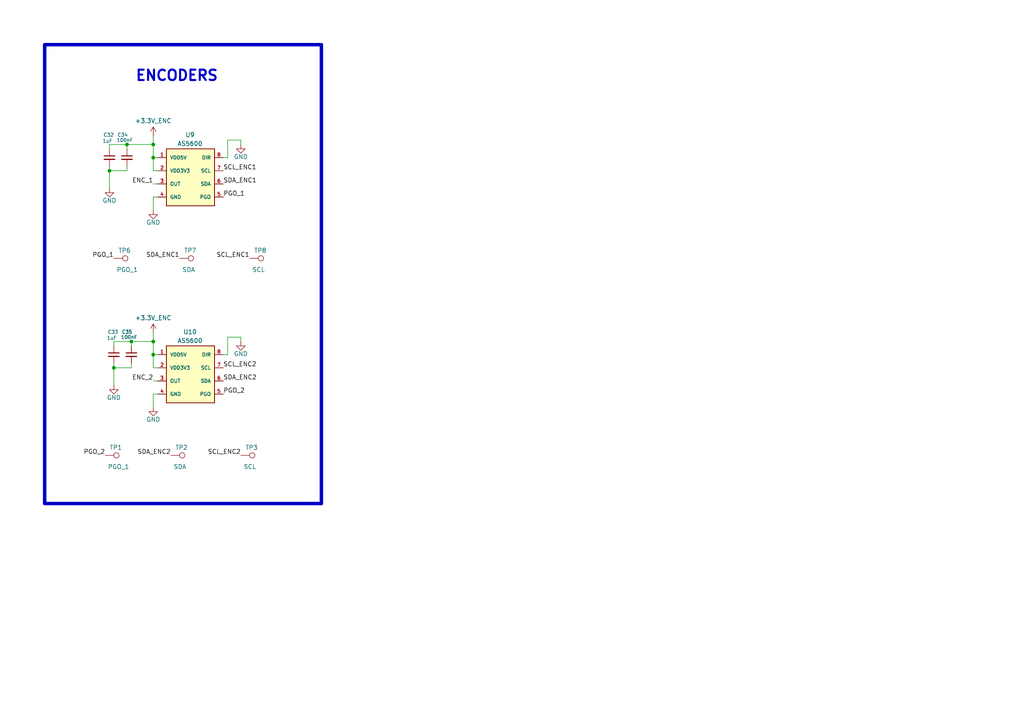
<source format=kicad_sch>
(kicad_sch (version 20250114) (generator "eeschema") (generator_version "9.0")
  (paper "A4")
  (lib_symbols
    (symbol "Device:C_Small" (pin_numbers (hide yes)) (pin_names (offset 0.254) (hide yes))
      (property "Reference" "C" (at 0.254 1.778 0))
      (property "Value" "C_Small" (at 0.254 -2.032 0))
      (symbol "C_Small_0_1"
        (polyline (pts (xy -1.524 0.508) (xy 1.524 0.508)) (stroke (width 0.3048)))
        (polyline (pts (xy -1.524 -0.508) (xy 1.524 -0.508)) (stroke (width 0.3302)))
      )
      (symbol "C_Small_1_1"
        (pin passive line (at 0 2.54 270) (length 2.032) (name "~") (number "1"))
        (pin passive line (at 0 -2.54 90) (length 2.032) (name "~") (number "2"))
      )
    )
    (symbol "MixLib:AS5600" (pin_names (offset 1.016))
      (property "Reference" "U" (at -0.508 8.636 0))
      (property "Value" "AS5600" (at -0.508 -10.922 0))
      (symbol "AS5600_0_0"
        (rectangle (start -7.62 7.62) (end 6.35 -8.89) (stroke (width 0.254)) (fill (type background)))
        (pin power_in line (at -10.16 1.27 0) (length 2.54) (name "VDD3V3") (number "2"))
        (pin output line (at -10.16 -2.54 0) (length 2.54) (name "OUT") (number "3"))
        (pin power_in line (at -10.16 -6.35 0) (length 2.54) (name "GND") (number "4"))
        (pin input line (at 8.89 5.08 180) (length 2.54) (name "DIR") (number "8"))
        (pin input line (at 8.89 1.27 180) (length 2.54) (name "SCL") (number "7"))
        (pin bidirectional line (at 8.89 -2.54 180) (length 2.54) (name "SDA") (number "6"))
        (pin input line (at 8.89 -6.35 180) (length 2.54) (name "PGO") (number "5"))
      )
      (symbol "AS5600_1_0"
        (pin power_in line (at -10.16 5.08 0) (length 2.54) (name "VDD5V") (number "1"))
      )
    )
    (symbol "PCM_4ms_Connector:TestPoint" (pin_numbers (hide yes)) (pin_names (offset 0.762) (hide yes))
      (property "Reference" "TP" (at 0 6.858 0))
      (property "Value" "TestPoint" (at 0 5.08 0))
      (symbol "TestPoint_0_1"
        (circle (center 0 3.302) (radius 0.762))
      )
      (symbol "TestPoint_1_1"
        (pin passive line (at 0 0 90) (length 2.54) (name "1") (number "1"))
      )
    )
    (symbol "power:+3.3V" (power) (pin_numbers (hide yes)) (pin_names (offset 0) (hide yes))
      (property "Value" "+3.3V" (at 0 3.556 0))
      (symbol "+3.3V_0_1"
        (polyline (pts (xy -0.762 1.27) (xy 0 2.54)))
        (polyline (pts (xy 0 2.54) (xy 0.762 1.27)))
        (polyline (pts (xy 0 0) (xy 0 2.54)))
      )
      (symbol "+3.3V_1_1"
        (pin power_in line (at 0 0 90) (length 0) (name "~") (number "1"))
      )
    )
    (symbol "power:GND" (power) (pin_numbers (hide yes)) (pin_names (offset 0) (hide yes))
      (property "Value" "GND" (at 0 -3.81 0))
      (symbol "GND_0_1"
        (polyline (pts (xy 0 0) (xy 0 -1.27) (xy 1.27 -1.27) (xy 0 -2.54) (xy -1.27 -1.27) (xy 0 -1.27)))
      )
      (symbol "GND_1_1"
        (pin power_in line (at 0 0 270) (length 0) (name "~") (number "1"))
      )
    )
  )
  (rectangle (start 12.954 12.954) (end 93.218 146.05) (stroke (width 1)))
  (text "ENCODERS" (at 51.308 22.098 0) (effects (font (size 3 3) (thickness 0.6) (bold yes))))
  (junction (at 31.75 49.53))
  (junction (at 44.45 99.06))
  (junction (at 33.02 106.68))
  (junction (at 36.83 41.91))
  (junction (at 44.45 102.87))
  (junction (at 44.45 41.91))
  (junction (at 38.1 99.06))
  (junction (at 44.45 45.72))
  (wire (pts (xy 66.04 45.72) (xy 66.04 40.64)))
  (wire (pts (xy 38.1 106.68) (xy 33.02 106.68)))
  (wire (pts (xy 44.45 41.91) (xy 44.45 45.72)))
  (wire (pts (xy 44.45 96.52) (xy 44.45 99.06)))
  (wire (pts (xy 38.1 99.06) (xy 44.45 99.06)))
  (wire (pts (xy 44.45 57.15) (xy 45.72 57.15)))
  (wire (pts (xy 36.83 41.91) (xy 44.45 41.91)))
  (wire (pts (xy 44.45 110.49) (xy 45.72 110.49)))
  (wire (pts (xy 44.45 53.34) (xy 45.72 53.34)))
  (wire (pts (xy 44.45 114.3) (xy 45.72 114.3)))
  (wire (pts (xy 44.45 102.87) (xy 44.45 106.68)))
  (wire (pts (xy 31.75 49.53) (xy 31.75 54.61)))
  (wire (pts (xy 44.45 57.15) (xy 44.45 60.96)))
  (wire (pts (xy 36.83 48.26) (xy 36.83 49.53)))
  (wire (pts (xy 66.04 97.79) (xy 69.85 97.79)))
  (wire (pts (xy 33.02 100.33) (xy 33.02 99.06)))
  (wire (pts (xy 36.83 49.53) (xy 31.75 49.53)))
  (wire (pts (xy 69.85 40.64) (xy 69.85 41.91)))
  (wire (pts (xy 31.75 41.91) (xy 36.83 41.91)))
  (wire (pts (xy 31.75 43.18) (xy 31.75 41.91)))
  (wire (pts (xy 33.02 99.06) (xy 38.1 99.06)))
  (wire (pts (xy 44.45 45.72) (xy 45.72 45.72)))
  (wire (pts (xy 69.85 97.79) (xy 69.85 99.06)))
  (wire (pts (xy 66.04 40.64) (xy 69.85 40.64)))
  (wire (pts (xy 45.72 106.68) (xy 44.45 106.68)))
  (wire (pts (xy 45.72 49.53) (xy 44.45 49.53)))
  (wire (pts (xy 38.1 105.41) (xy 38.1 106.68)))
  (wire (pts (xy 66.04 102.87) (xy 66.04 97.79)))
  (wire (pts (xy 44.45 45.72) (xy 44.45 49.53)))
  (wire (pts (xy 31.75 49.53) (xy 31.75 48.26)))
  (wire (pts (xy 64.77 102.87) (xy 66.04 102.87)))
  (wire (pts (xy 44.45 102.87) (xy 45.72 102.87)))
  (wire (pts (xy 38.1 99.06) (xy 38.1 100.33)))
  (wire (pts (xy 33.02 106.68) (xy 33.02 111.76)))
  (wire (pts (xy 44.45 99.06) (xy 44.45 102.87)))
  (wire (pts (xy 64.77 45.72) (xy 66.04 45.72)))
  (wire (pts (xy 33.02 106.68) (xy 33.02 105.41)))
  (wire (pts (xy 44.45 114.3) (xy 44.45 118.11)))
  (wire (pts (xy 36.83 41.91) (xy 36.83 43.18)))
  (wire (pts (xy 44.45 39.37) (xy 44.45 41.91)))
  (label "ENC_2" (at 44.45 110.49 180))
  (label "PGO_2" (at 30.48 132.08 180))
  (label "SDA_ENC1" (at 52.07 74.93 180))
  (label "SDA_ENC2" (at 49.53 132.08 180))
  (label "SCL_ENC1" (at 72.39 74.93 180))
  (label "SCL_ENC2" (at 69.85 132.08 180))
  (label "SDA_ENC2" (at 64.77 110.49 0))
  (label "ENC_1" (at 44.45 53.34 180))
  (label "SCL_ENC1" (at 64.77 49.53 0))
  (label "PGO_1" (at 33.02 74.93 180))
  (label "PGO_2" (at 64.77 114.3 0))
  (label "SDA_ENC1" (at 64.77 53.34 0))
  (label "SCL_ENC2" (at 64.77 106.68 0))
  (label "PGO_1" (at 64.77 57.15 0))
  (symbol (lib_id "PCM_4ms_Connector:TestPoint") (at 69.85 132.08 270) (unit 1)
    (property "Reference" "TP3" (at 71.12 129.794 90) (effects (justify left)))
    (property "Value" "SCL" (at 70.612 135.382 90) (effects (justify left)))
    (property "Footprint" "TestPoint:TestPoint_Pad_D1.5mm" (effects (hide yes)))
    (property "Description" "test point" (effects (hide yes)))
  )
  (symbol (lib_id "MixLib:AS5600") (at 55.88 107.95 0) (unit 1)
    (property "Reference" "U10" (at 55.118 96.266 0))
    (property "Value" "AS5600" (at 55.118 98.806 0))
    (property "Footprint" "Package_SO:SOIC-8_3.9x4.9mm_P1.27mm" (effects (hide yes)))
    (property "MF" "Ams AG" (effects (hide yes)))
    (property "Description_1" "Hall Effect Sensor Rotary Position External Magnet, Not Included Gull Wing" (effects (hide yes)))
    (property "Package" "None" (effects (hide yes)))
    (property "Price" "None" (effects (hide yes)))
    (property "SnapEDA_Link" "https://www.snapeda.com/parts/AS5600/ams/view-part/?ref=snap" (effects (hide yes)))
    (property "MP" "AS5600" (effects (hide yes)))
    (property "Availability" "Not in stock" (effects (hide yes)))
    (property "Check_prices" "https://www.snapeda.com/parts/AS5600/ams/view-part/?ref=eda" (effects (hide yes)))
  )
  (symbol (lib_id "power:GND") (at 69.85 41.91 0) (unit 1)
    (property "Reference" "#PWR064" (effects (hide yes)))
    (property "Value" "GND" (at 69.85 45.466 0))
    (property "Description" "Power symbol creates a global label with name \"GND\" , ground" (effects (hide yes)))
  )
  (symbol (lib_id "PCM_4ms_Connector:TestPoint") (at 52.07 74.93 270) (unit 1)
    (property "Reference" "TP7" (at 53.34 72.644 90) (effects (justify left)))
    (property "Value" "SDA" (at 52.832 78.232 90) (effects (justify left)))
    (property "Footprint" "TestPoint:TestPoint_Pad_D1.5mm" (effects (hide yes)))
    (property "Description" "test point" (effects (hide yes)))
  )
  (symbol (lib_id "Device:C_Small") (at 36.83 45.72 0) (unit 1)
    (property "Reference" "C34" (at 34.036 39.116 0) (effects (font (size 1 1)) (justify left)))
    (property "Value" "100nF" (at 33.782 40.64 0) (effects (font (size 1 1)) (justify left)))
    (property "Footprint" "Capacitor_SMD:C_0603_1608Metric" (effects (hide yes)))
    (property "Description" "Unpolarized capacitor, small symbol" (effects (hide yes)))
  )
  (symbol (lib_id "power:GND") (at 69.85 99.06 0) (unit 1)
    (property "Reference" "#PWR065" (effects (hide yes)))
    (property "Value" "GND" (at 69.85 102.616 0))
    (property "Description" "Power symbol creates a global label with name \"GND\" , ground" (effects (hide yes)))
  )
  (symbol (lib_id "Device:C_Small") (at 33.02 102.87 0) (unit 1)
    (property "Reference" "C33" (at 31.242 96.266 0) (effects (font (size 1 1)) (justify left)))
    (property "Value" "1uF" (at 30.988 98.044 0) (effects (font (size 1 1)) (justify left)))
    (property "Footprint" "Capacitor_SMD:C_0603_1608Metric" (effects (hide yes)))
    (property "Description" "Unpolarized capacitor, small symbol" (effects (hide yes)))
  )
  (symbol (lib_id "power:GND") (at 31.75 54.61 0) (unit 1)
    (property "Reference" "#PWR058" (effects (hide yes)))
    (property "Value" "GND" (at 31.75 58.166 0))
    (property "Description" "Power symbol creates a global label with name \"GND\" , ground" (effects (hide yes)))
  )
  (symbol (lib_id "PCM_4ms_Connector:TestPoint") (at 33.02 74.93 270) (unit 1)
    (property "Reference" "TP6" (at 34.29 72.644 90) (effects (justify left)))
    (property "Value" "PGO_1" (at 33.782 78.232 90) (effects (justify left)))
    (property "Footprint" "TestPoint:TestPoint_Pad_D1.5mm" (effects (hide yes)))
    (property "Description" "test point" (effects (hide yes)))
  )
  (symbol (lib_id "Device:C_Small") (at 31.75 45.72 0) (unit 1)
    (property "Reference" "C32" (at 29.972 39.116 0) (effects (font (size 1 1)) (justify left)))
    (property "Value" "1uF" (at 29.718 40.894 0) (effects (font (size 1 1)) (justify left)))
    (property "Footprint" "Capacitor_SMD:C_0603_1608Metric" (effects (hide yes)))
    (property "Description" "Unpolarized capacitor, small symbol" (effects (hide yes)))
  )
  (symbol (lib_id "power:GND") (at 44.45 60.96 0) (unit 1)
    (property "Reference" "#PWR061" (effects (hide yes)))
    (property "Value" "GND" (at 44.45 64.516 0))
    (property "Description" "Power symbol creates a global label with name \"GND\" , ground" (effects (hide yes)))
  )
  (symbol (lib_id "power:+3.3V") (at 44.45 39.37 0) (unit 1)
    (property "Reference" "#PWR060" (effects (hide yes)))
    (property "Value" "+3.3V_ENC" (at 44.45 35.052 0))
    (property "Description" "Power symbol creates a global label with name \"+3.3V\"" (effects (hide yes)))
  )
  (symbol (lib_id "Device:C_Small") (at 38.1 102.87 0) (unit 1)
    (property "Reference" "C35" (at 35.306 96.266 0) (effects (font (size 1 1)) (justify left)))
    (property "Value" "100nF" (at 35.052 97.79 0) (effects (font (size 1 1)) (justify left)))
    (property "Footprint" "Capacitor_SMD:C_0603_1608Metric" (effects (hide yes)))
    (property "Description" "Unpolarized capacitor, small symbol" (effects (hide yes)))
  )
  (symbol (lib_id "PCM_4ms_Connector:TestPoint") (at 72.39 74.93 270) (unit 1)
    (property "Reference" "TP8" (at 73.66 72.644 90) (effects (justify left)))
    (property "Value" "SCL" (at 73.152 78.232 90) (effects (justify left)))
    (property "Footprint" "TestPoint:TestPoint_Pad_D1.5mm" (effects (hide yes)))
    (property "Description" "test point" (effects (hide yes)))
  )
  (symbol (lib_id "MixLib:AS5600") (at 55.88 50.8 0) (unit 1)
    (property "Reference" "U9" (at 55.118 39.116 0))
    (property "Value" "AS5600" (at 55.118 41.656 0))
    (property "Footprint" "Package_SO:SOIC-8_3.9x4.9mm_P1.27mm" (effects (hide yes)))
    (property "MF" "Ams AG" (effects (hide yes)))
    (property "Description_1" "Hall Effect Sensor Rotary Position External Magnet, Not Included Gull Wing" (effects (hide yes)))
    (property "Package" "None" (effects (hide yes)))
    (property "Price" "None" (effects (hide yes)))
    (property "SnapEDA_Link" "https://www.snapeda.com/parts/AS5600/ams/view-part/?ref=snap" (effects (hide yes)))
    (property "MP" "AS5600" (effects (hide yes)))
    (property "Availability" "Not in stock" (effects (hide yes)))
    (property "Check_prices" "https://www.snapeda.com/parts/AS5600/ams/view-part/?ref=eda" (effects (hide yes)))
  )
  (symbol (lib_id "power:GND") (at 44.45 118.11 0) (unit 1)
    (property "Reference" "#PWR063" (effects (hide yes)))
    (property "Value" "GND" (at 44.45 121.666 0))
    (property "Description" "Power symbol creates a global label with name \"GND\" , ground" (effects (hide yes)))
  )
  (symbol (lib_id "power:+3.3V") (at 44.45 96.52 0) (unit 1)
    (property "Reference" "#PWR062" (effects (hide yes)))
    (property "Value" "+3.3V_ENC" (at 44.45 92.202 0))
    (property "Description" "Power symbol creates a global label with name \"+3.3V\"" (effects (hide yes)))
  )
  (symbol (lib_id "PCM_4ms_Connector:TestPoint") (at 30.48 132.08 270) (unit 1)
    (property "Reference" "TP1" (at 31.75 129.794 90) (effects (justify left)))
    (property "Value" "PGO_1" (at 31.242 135.382 90) (effects (justify left)))
    (property "Footprint" "TestPoint:TestPoint_Pad_D1.5mm" (effects (hide yes)))
    (property "Description" "test point" (effects (hide yes)))
  )
  (symbol (lib_id "PCM_4ms_Connector:TestPoint") (at 49.53 132.08 270) (unit 1)
    (property "Reference" "TP2" (at 50.8 129.794 90) (effects (justify left)))
    (property "Value" "SDA" (at 50.292 135.382 90) (effects (justify left)))
    (property "Footprint" "TestPoint:TestPoint_Pad_D1.5mm" (effects (hide yes)))
    (property "Description" "test point" (effects (hide yes)))
  )
  (symbol (lib_id "power:GND") (at 33.02 111.76 0) (unit 1)
    (property "Reference" "#PWR059" (effects (hide yes)))
    (property "Value" "GND" (at 33.02 115.316 0))
    (property "Description" "Power symbol creates a global label with name \"GND\" , ground" (effects (hide yes)))
  )
)
</source>
